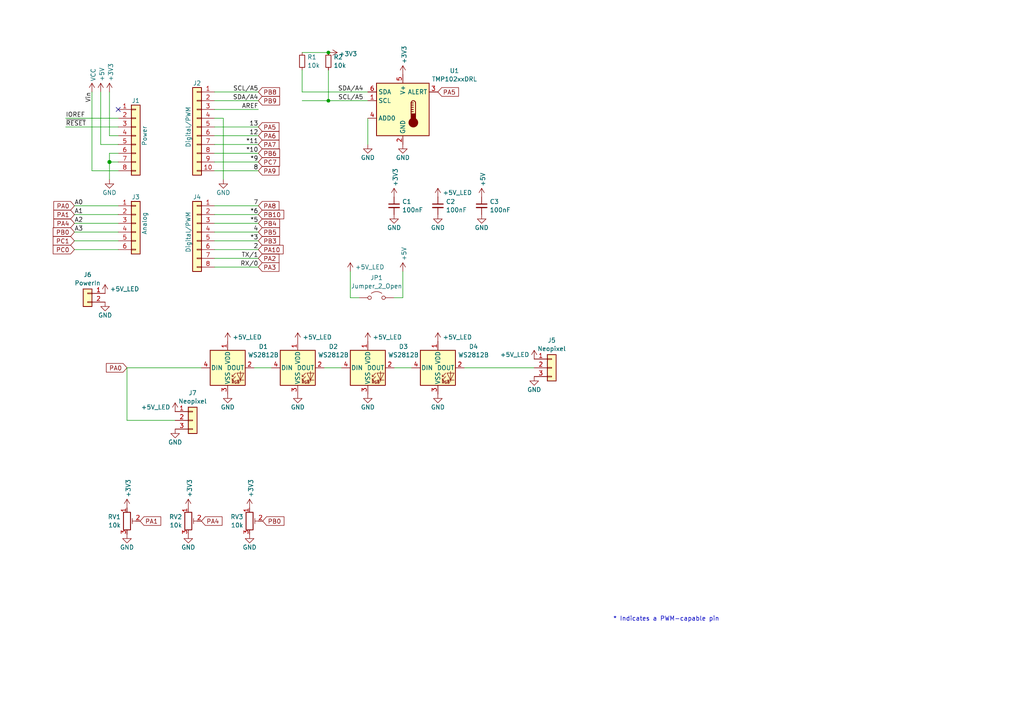
<source format=kicad_sch>
(kicad_sch (version 20231120) (generator "eeschema") (generator_version "8.0")
  (paper "A4")
  (title_block (date "mar. 31 mars 2015"))
  (lib_symbols
    (symbol "+5V_1" (power) (pin_numbers hide) (pin_names (offset 0) hide)
      (property "Value" "+5V" (at 0 3.556 0))
      (symbol "+5V_1_0_1"
        (polyline (pts (xy -0.762 1.27) (xy 0 2.54)))
        (polyline (pts (xy 0 0) (xy 0 2.54)))
        (polyline (pts (xy 0 2.54) (xy 0.762 1.27)))
      )
      (symbol "+5V_1_1_1"
        (pin power_in line (at 0 0 90) (length 0) (name "~") (number "1"))
      )
    )
    (symbol "Connector_Generic:Conn_01x02" (pin_names (offset 1.016) hide)
      (property "Reference" "J" (at 0 2.54 0))
      (property "Value" "Conn_01x02" (at 0 -5.08 0))
      (symbol "Conn_01x02_1_1"
        (rectangle (start -1.27 -2.413) (end 0 -2.667) (stroke (width 0.1524)))
        (rectangle (start -1.27 0.127) (end 0 -0.127) (stroke (width 0.1524)))
        (rectangle (start -1.27 1.27) (end 1.27 -3.81) (stroke (width 0.254)) (fill (type background)))
        (pin passive line (at -5.08 0 0) (length 3.81) (name "Pin_1") (number "1"))
        (pin passive line (at -5.08 -2.54 0) (length 3.81) (name "Pin_2") (number "2"))
      )
    )
    (symbol "Connector_Generic:Conn_01x03" (pin_names (offset 1.016) hide)
      (property "Reference" "J" (at 0 5.08 0))
      (property "Value" "Conn_01x03" (at 0 -5.08 0))
      (symbol "Conn_01x03_1_1"
        (rectangle (start -1.27 -2.413) (end 0 -2.667) (stroke (width 0.1524)))
        (rectangle (start -1.27 0.127) (end 0 -0.127) (stroke (width 0.1524)))
        (rectangle (start -1.27 2.667) (end 0 2.413) (stroke (width 0.1524)))
        (rectangle (start -1.27 3.81) (end 1.27 -3.81) (stroke (width 0.254)) (fill (type background)))
        (pin passive line (at -5.08 2.54 0) (length 3.81) (name "Pin_1") (number "1"))
        (pin passive line (at -5.08 0 0) (length 3.81) (name "Pin_2") (number "2"))
        (pin passive line (at -5.08 -2.54 0) (length 3.81) (name "Pin_3") (number "3"))
      )
    )
    (symbol "Connector_Generic:Conn_01x06" (pin_names (offset 1.016) hide)
      (property "Reference" "J" (at 0 7.62 0))
      (property "Value" "Conn_01x06" (at 0 -10.16 0))
      (symbol "Conn_01x06_1_1"
        (rectangle (start -1.27 -7.493) (end 0 -7.747) (stroke (width 0.1524)))
        (rectangle (start -1.27 -4.953) (end 0 -5.207) (stroke (width 0.1524)))
        (rectangle (start -1.27 -2.413) (end 0 -2.667) (stroke (width 0.1524)))
        (rectangle (start -1.27 0.127) (end 0 -0.127) (stroke (width 0.1524)))
        (rectangle (start -1.27 2.667) (end 0 2.413) (stroke (width 0.1524)))
        (rectangle (start -1.27 5.207) (end 0 4.953) (stroke (width 0.1524)))
        (rectangle (start -1.27 6.35) (end 1.27 -8.89) (stroke (width 0.254)) (fill (type background)))
        (pin passive line (at -5.08 5.08 0) (length 3.81) (name "Pin_1") (number "1"))
        (pin passive line (at -5.08 2.54 0) (length 3.81) (name "Pin_2") (number "2"))
        (pin passive line (at -5.08 0 0) (length 3.81) (name "Pin_3") (number "3"))
        (pin passive line (at -5.08 -2.54 0) (length 3.81) (name "Pin_4") (number "4"))
        (pin passive line (at -5.08 -5.08 0) (length 3.81) (name "Pin_5") (number "5"))
        (pin passive line (at -5.08 -7.62 0) (length 3.81) (name "Pin_6") (number "6"))
      )
    )
    (symbol "Connector_Generic:Conn_01x08" (pin_names (offset 1.016) hide)
      (property "Reference" "J" (at 0 10.16 0))
      (property "Value" "Conn_01x08" (at 0 -12.7 0))
      (symbol "Conn_01x08_1_1"
        (rectangle (start -1.27 -10.033) (end 0 -10.287) (stroke (width 0.1524)))
        (rectangle (start -1.27 -7.493) (end 0 -7.747) (stroke (width 0.1524)))
        (rectangle (start -1.27 -4.953) (end 0 -5.207) (stroke (width 0.1524)))
        (rectangle (start -1.27 -2.413) (end 0 -2.667) (stroke (width 0.1524)))
        (rectangle (start -1.27 0.127) (end 0 -0.127) (stroke (width 0.1524)))
        (rectangle (start -1.27 2.667) (end 0 2.413) (stroke (width 0.1524)))
        (rectangle (start -1.27 5.207) (end 0 4.953) (stroke (width 0.1524)))
        (rectangle (start -1.27 7.747) (end 0 7.493) (stroke (width 0.1524)))
        (rectangle (start -1.27 8.89) (end 1.27 -11.43) (stroke (width 0.254)) (fill (type background)))
        (pin passive line (at -5.08 7.62 0) (length 3.81) (name "Pin_1") (number "1"))
        (pin passive line (at -5.08 5.08 0) (length 3.81) (name "Pin_2") (number "2"))
        (pin passive line (at -5.08 2.54 0) (length 3.81) (name "Pin_3") (number "3"))
        (pin passive line (at -5.08 0 0) (length 3.81) (name "Pin_4") (number "4"))
        (pin passive line (at -5.08 -2.54 0) (length 3.81) (name "Pin_5") (number "5"))
        (pin passive line (at -5.08 -5.08 0) (length 3.81) (name "Pin_6") (number "6"))
        (pin passive line (at -5.08 -7.62 0) (length 3.81) (name "Pin_7") (number "7"))
        (pin passive line (at -5.08 -10.16 0) (length 3.81) (name "Pin_8") (number "8"))
      )
    )
    (symbol "Connector_Generic:Conn_01x10" (pin_names (offset 1.016) hide)
      (property "Reference" "J" (at 0 12.7 0))
      (property "Value" "Conn_01x10" (at 0 -15.24 0))
      (symbol "Conn_01x10_1_1"
        (rectangle (start -1.27 -12.573) (end 0 -12.827) (stroke (width 0.1524)))
        (rectangle (start -1.27 -10.033) (end 0 -10.287) (stroke (width 0.1524)))
        (rectangle (start -1.27 -7.493) (end 0 -7.747) (stroke (width 0.1524)))
        (rectangle (start -1.27 -4.953) (end 0 -5.207) (stroke (width 0.1524)))
        (rectangle (start -1.27 -2.413) (end 0 -2.667) (stroke (width 0.1524)))
        (rectangle (start -1.27 0.127) (end 0 -0.127) (stroke (width 0.1524)))
        (rectangle (start -1.27 2.667) (end 0 2.413) (stroke (width 0.1524)))
        (rectangle (start -1.27 5.207) (end 0 4.953) (stroke (width 0.1524)))
        (rectangle (start -1.27 7.747) (end 0 7.493) (stroke (width 0.1524)))
        (rectangle (start -1.27 10.287) (end 0 10.033) (stroke (width 0.1524)))
        (rectangle (start -1.27 11.43) (end 1.27 -13.97) (stroke (width 0.254)) (fill (type background)))
        (pin passive line (at -5.08 10.16 0) (length 3.81) (name "Pin_1") (number "1"))
        (pin passive line (at -5.08 -12.7 0) (length 3.81) (name "Pin_10") (number "10"))
        (pin passive line (at -5.08 7.62 0) (length 3.81) (name "Pin_2") (number "2"))
        (pin passive line (at -5.08 5.08 0) (length 3.81) (name "Pin_3") (number "3"))
        (pin passive line (at -5.08 2.54 0) (length 3.81) (name "Pin_4") (number "4"))
        (pin passive line (at -5.08 0 0) (length 3.81) (name "Pin_5") (number "5"))
        (pin passive line (at -5.08 -2.54 0) (length 3.81) (name "Pin_6") (number "6"))
        (pin passive line (at -5.08 -5.08 0) (length 3.81) (name "Pin_7") (number "7"))
        (pin passive line (at -5.08 -7.62 0) (length 3.81) (name "Pin_8") (number "8"))
        (pin passive line (at -5.08 -10.16 0) (length 3.81) (name "Pin_9") (number "9"))
      )
    )
    (symbol "Device:C_Small" (pin_numbers hide) (pin_names (offset 0.254) hide)
      (property "Reference" "C" (at 0.254 1.778 0))
      (property "Value" "C_Small" (at 0.254 -2.032 0))
      (symbol "C_Small_0_1"
        (polyline (pts (xy -1.524 -0.508) (xy 1.524 -0.508)) (stroke (width 0.3302)))
        (polyline (pts (xy -1.524 0.508) (xy 1.524 0.508)) (stroke (width 0.3048)))
      )
      (symbol "C_Small_1_1"
        (pin passive line (at 0 2.54 270) (length 2.032) (name "~") (number "1"))
        (pin passive line (at 0 -2.54 90) (length 2.032) (name "~") (number "2"))
      )
    )
    (symbol "Device:R_Potentiometer_Trim" (pin_names (offset 1.016) hide)
      (property "Reference" "RV" (at -4.445 0 90))
      (property "Value" "R_Potentiometer_Trim" (at -2.54 0 90))
      (symbol "R_Potentiometer_Trim_0_1"
        (polyline (pts (xy 1.524 0.762) (xy 1.524 -0.762)))
        (polyline (pts (xy 2.54 0) (xy 1.524 0)))
        (rectangle (start 1.016 2.54) (end -1.016 -2.54) (stroke (width 0.254)))
      )
      (symbol "R_Potentiometer_Trim_1_1"
        (pin passive line (at 0 3.81 270) (length 1.27) (name "1") (number "1"))
        (pin passive line (at 3.81 0 180) (length 1.27) (name "2") (number "2"))
        (pin passive line (at 0 -3.81 90) (length 1.27) (name "3") (number "3"))
      )
    )
    (symbol "Device:R_Small" (pin_numbers hide) (pin_names (offset 0.254) hide)
      (property "Reference" "R" (at 0.762 0.508 0))
      (property "Value" "R_Small" (at 0.762 -1.016 0))
      (symbol "R_Small_0_1"
        (rectangle (start -0.762 1.778) (end 0.762 -1.778) (stroke (width 0.2032)))
      )
      (symbol "R_Small_1_1"
        (pin passive line (at 0 2.54 270) (length 0.762) (name "~") (number "1"))
        (pin passive line (at 0 -2.54 90) (length 0.762) (name "~") (number "2"))
      )
    )
    (symbol "Jumper:Jumper_2_Open" (pin_numbers hide) (pin_names (offset 0) hide) (exclude_from_sim yes)
      (property "Reference" "JP" (at 0 2.794 0))
      (property "Value" "Jumper_2_Open" (at 0 -2.286 0))
      (symbol "Jumper_2_Open_0_0"
        (circle (center -2.032 0) (radius 0.508))
        (circle (center 2.032 0) (radius 0.508))
      )
      (symbol "Jumper_2_Open_0_1"
        (arc (start 1.524 1.27) (mid 0 1.778) (end -1.524 1.27))
      )
      (symbol "Jumper_2_Open_1_1"
        (pin passive line (at -5.08 0 0) (length 2.54) (name "A") (number "1"))
        (pin passive line (at 5.08 0 180) (length 2.54) (name "B") (number "2"))
      )
    )
    (symbol "LED:WS2812B" (pin_names (offset 0.254))
      (property "Reference" "D" (at 5.08 5.715 0))
      (property "Value" "WS2812B" (at 1.27 -5.715 0))
      (symbol "WS2812B_0_0"
        (text "RGB" (at 2.286 -4.191 0) (effects (font (size 0.762 0.762))))
      )
      (symbol "WS2812B_0_1"
        (polyline (pts (xy 1.27 -3.556) (xy 1.778 -3.556)))
        (polyline (pts (xy 1.27 -2.54) (xy 1.778 -2.54)))
        (polyline (pts (xy 4.699 -3.556) (xy 2.667 -3.556)))
        (polyline (pts (xy 2.286 -2.54) (xy 1.27 -3.556) (xy 1.27 -3.048)))
        (polyline (pts (xy 2.286 -1.524) (xy 1.27 -2.54) (xy 1.27 -2.032)))
        (polyline (pts (xy 3.683 -1.016) (xy 3.683 -3.556) (xy 3.683 -4.064)))
        (polyline (pts (xy 4.699 -1.524) (xy 2.667 -1.524) (xy 3.683 -3.556) (xy 4.699 -1.524)))
        (rectangle (start 5.08 5.08) (end -5.08 -5.08) (stroke (width 0.254)) (fill (type background)))
      )
      (symbol "WS2812B_1_1"
        (pin power_in line (at 0 7.62 270) (length 2.54) (name "VDD") (number "1"))
        (pin output line (at 7.62 0 180) (length 2.54) (name "DOUT") (number "2"))
        (pin power_in line (at 0 -7.62 90) (length 2.54) (name "VSS") (number "3"))
        (pin input line (at -7.62 0 0) (length 2.54) (name "DIN") (number "4"))
      )
    )
    (symbol "Sensor_Temperature:TMP102xxDRL"
      (property "Reference" "U" (at -2.54 10.795 0))
      (property "Value" "TMP102xxDRL" (at -2.54 8.89 0))
      (symbol "TMP102xxDRL_0_1"
        (rectangle (start -7.62 7.62) (end 7.62 -7.62) (stroke (width 0.254)) (fill (type background)))
      )
      (symbol "TMP102xxDRL_1_1"
        (polyline (pts (xy 2.413 -0.635) (xy 3.048 -0.635)) (stroke (width 0.254)))
        (polyline (pts (xy 2.413 0) (xy 3.048 0)) (stroke (width 0.254)))
        (polyline (pts (xy 2.413 0.635) (xy 3.048 0.635)) (stroke (width 0.254)))
        (polyline (pts (xy 2.413 1.27) (xy 3.048 1.27)) (stroke (width 0.254)))
        (polyline (pts (xy 2.413 1.905) (xy 2.413 -1.27)) (stroke (width 0.254)))
        (polyline (pts (xy 2.413 1.905) (xy 3.048 1.905)) (stroke (width 0.254)))
        (polyline (pts (xy 3.683 1.905) (xy 3.683 -1.27)) (stroke (width 0.254)))
        (circle (center 3.048 -3.81) (radius 1.27) (stroke (width 0.254)) (fill (type outline)))
        (rectangle (start 3.683 -3.175) (end 2.413 -1.27) (stroke (width 0.254)) (fill (type outline)))
        (arc (start 3.683 1.905) (mid 3.048 2.5373) (end 2.413 1.905) (stroke (width 0.254)))
        (pin input line (at -10.16 2.54 0) (length 2.54) (name "SCL") (number "1"))
        (pin power_in line (at 0 -10.16 90) (length 2.54) (name "GND") (number "2"))
        (pin open_collector line (at 10.16 5.08 180) (length 2.54) (name "ALERT") (number "3"))
        (pin input line (at -10.16 -2.54 0) (length 2.54) (name "ADD0") (number "4"))
        (pin power_in line (at 0 10.16 270) (length 2.54) (name "V+") (number "5"))
        (pin bidirectional line (at -10.16 5.08 0) (length 2.54) (name "SDA") (number "6"))
      )
    )
    (symbol "power:+3V3" (power) (pin_names (offset 0))
      (property "Value" "+3V3" (at 0 3.556 0))
      (symbol "+3V3_0_1"
        (polyline (pts (xy -0.762 1.27) (xy 0 2.54)))
        (polyline (pts (xy 0 0) (xy 0 2.54)))
        (polyline (pts (xy 0 2.54) (xy 0.762 1.27)))
      )
      (symbol "+3V3_1_1"
        (pin power_in line (at 0 0 90) (length 0) hide (name "+3V3") (number "1"))
      )
    )
    (symbol "power:+5V" (power) (pin_names (offset 0))
      (property "Value" "+5V" (at 0 3.556 0))
      (symbol "+5V_0_1"
        (polyline (pts (xy -0.762 1.27) (xy 0 2.54)))
        (polyline (pts (xy 0 0) (xy 0 2.54)))
        (polyline (pts (xy 0 2.54) (xy 0.762 1.27)))
      )
      (symbol "+5V_1_1"
        (pin power_in line (at 0 0 90) (length 0) hide (name "+5V") (number "1"))
      )
    )
    (symbol "power:GND" (power) (pin_names (offset 0))
      (property "Value" "GND" (at 0 -3.81 0))
      (symbol "GND_0_1"
        (polyline (pts (xy 0 0) (xy 0 -1.27) (xy 1.27 -1.27) (xy 0 -2.54) (xy -1.27 -1.27) (xy 0 -1.27)))
      )
      (symbol "GND_1_1"
        (pin power_in line (at 0 0 270) (length 0) hide (name "GND") (number "1"))
      )
    )
    (symbol "power:VCC" (power) (pin_names (offset 0))
      (property "Value" "VCC" (at 0 3.81 0))
      (symbol "VCC_0_1"
        (polyline (pts (xy -0.762 1.27) (xy 0 2.54)))
        (polyline (pts (xy 0 0) (xy 0 2.54)))
        (polyline (pts (xy 0 2.54) (xy 0.762 1.27)))
      )
      (symbol "VCC_1_1"
        (pin power_in line (at 0 0 90) (length 0) hide (name "VCC") (number "1"))
      )
    )
  )
  (junction (at 31.75 46.99) (diameter 1.016))
  (junction (at 95.25 29.21))
  (junction (at 95.25 15.24))
  (no_connect (at 34.29 31.75))
  (wire (pts (xy 36.83 121.92) (xy 50.8 121.92)))
  (wire (pts (xy 62.23 77.47) (xy 74.93 77.47)))
  (wire (pts (xy 62.23 44.45) (xy 74.93 44.45)))
  (wire (pts (xy 116.84 78.74) (xy 116.84 86.36)))
  (wire (pts (xy 73.66 106.68) (xy 78.74 106.68)))
  (wire (pts (xy 62.23 26.67) (xy 74.93 26.67)))
  (wire (pts (xy 31.75 44.45) (xy 31.75 46.99)))
  (wire (pts (xy 93.98 106.68) (xy 99.06 106.68)))
  (wire (pts (xy 114.3 106.68) (xy 119.38 106.68)))
  (wire (pts (xy 21.59 72.39) (xy 34.29 72.39)))
  (wire (pts (xy 87.63 15.24) (xy 95.25 15.24)))
  (wire (pts (xy 101.6 86.36) (xy 101.6 78.74)))
  (wire (pts (xy 31.75 46.99) (xy 31.75 52.07)))
  (wire (pts (xy 31.75 39.37) (xy 34.29 39.37)))
  (wire (pts (xy 104.14 86.36) (xy 101.6 86.36)))
  (wire (pts (xy 29.21 41.91) (xy 34.29 41.91)))
  (wire (pts (xy 29.21 26.67) (xy 29.21 41.91)))
  (wire (pts (xy 106.68 34.29) (xy 106.68 41.91)))
  (wire (pts (xy 62.23 36.83) (xy 74.93 36.83)))
  (wire (pts (xy 116.84 86.36) (xy 114.3 86.36)))
  (wire (pts (xy 31.75 26.67) (xy 31.75 39.37)))
  (wire (pts (xy 62.23 59.69) (xy 74.93 59.69)))
  (wire (pts (xy 34.29 59.69) (xy 21.59 59.69)))
  (wire (pts (xy 62.23 39.37) (xy 74.93 39.37)))
  (wire (pts (xy 62.23 62.23) (xy 74.93 62.23)))
  (wire (pts (xy 62.23 46.99) (xy 74.93 46.99)))
  (wire (pts (xy 62.23 67.31) (xy 74.93 67.31)))
  (wire (pts (xy 19.05 34.29) (xy 34.29 34.29)))
  (wire (pts (xy 95.25 29.21) (xy 106.68 29.21)))
  (wire (pts (xy 64.77 34.29) (xy 64.77 52.07)))
  (wire (pts (xy 62.23 31.75) (xy 74.93 31.75)))
  (wire (pts (xy 34.29 64.77) (xy 21.59 64.77)))
  (wire (pts (xy 19.05 36.83) (xy 34.29 36.83)))
  (wire (pts (xy 34.29 46.99) (xy 31.75 46.99)))
  (wire (pts (xy 36.83 106.68) (xy 36.83 121.92)))
  (wire (pts (xy 34.29 49.53) (xy 26.67 49.53)))
  (wire (pts (xy 21.59 62.23) (xy 34.29 62.23)))
  (wire (pts (xy 95.25 20.32) (xy 95.25 29.21)))
  (wire (pts (xy 62.23 34.29) (xy 64.77 34.29)))
  (wire (pts (xy 34.29 44.45) (xy 31.75 44.45)))
  (wire (pts (xy 36.83 106.68) (xy 58.42 106.68)))
  (wire (pts (xy 62.23 41.91) (xy 74.93 41.91)))
  (wire (pts (xy 87.63 29.21) (xy 95.25 29.21)))
  (wire (pts (xy 62.23 64.77) (xy 74.93 64.77)))
  (wire (pts (xy 21.59 67.31) (xy 34.29 67.31)))
  (wire (pts (xy 62.23 29.21) (xy 74.93 29.21)))
  (wire (pts (xy 62.23 72.39) (xy 74.93 72.39)))
  (wire (pts (xy 87.63 20.32) (xy 87.63 26.67)))
  (wire (pts (xy 62.23 69.85) (xy 74.93 69.85)))
  (wire (pts (xy 62.23 74.93) (xy 74.93 74.93)))
  (wire (pts (xy 26.67 49.53) (xy 26.67 26.67)))
  (wire (pts (xy 134.62 106.68) (xy 154.94 106.68)))
  (wire (pts (xy 34.29 69.85) (xy 21.59 69.85)))
  (wire (pts (xy 87.63 26.67) (xy 106.68 26.67)))
  (wire (pts (xy 62.23 49.53) (xy 74.93 49.53)))
  (text "* Indicates a PWM-capable pin" (at 177.8 180.34 0) (effects (font (size 1.27 1.27)) (justify left bottom)))
  (label "RX{slash}0" (at 74.93 77.47 180))
  (label "A2" (at 21.59 64.77 0))
  (label "4" (at 74.93 67.31 180))
  (label "2" (at 74.93 72.39 180))
  (label "A3" (at 21.59 67.31 0))
  (label "13" (at 74.93 36.83 180))
  (label "12" (at 74.93 39.37 180))
  (label "~{RESET}" (at 19.05 36.83 0))
  (label "*10" (at 74.93 44.45 180))
  (label "7" (at 74.93 59.69 180))
  (label "SDA{slash}A4" (at 74.93 29.21 180))
  (label "8" (at 74.93 49.53 180))
  (label "*11" (at 74.93 41.91 180))
  (label "*3" (at 74.93 69.85 180))
  (label "SDA{slash}A4" (at 105.41 26.67 180))
  (label "A1" (at 21.59 62.23 0))
  (label "TX{slash}1" (at 74.93 74.93 180))
  (label "A0" (at 21.59 59.69 0))
  (label "AREF" (at 74.93 31.75 180))
  (label "Vin" (at 26.67 26.67 270))
  (label "*6" (at 74.93 62.23 180))
  (label "SCL{slash}A5" (at 74.93 26.67 180))
  (label "*9" (at 74.93 46.99 180))
  (label "*5" (at 74.93 64.77 180))
  (label "IOREF" (at 19.05 34.29 0))
  (label "SCL{slash}A5" (at 105.41 29.21 180))
  (global_label "PA9" (shape input) (at 74.93 49.53 0) (property "Intersheetrefs" "${INTERSHEET_REFS}" (effects (hide yes))))
  (global_label "PA5" (shape input) (at 74.93 36.83 0) (property "Intersheetrefs" "${INTERSHEET_REFS}" (effects (hide yes))))
  (global_label "PA10" (shape input) (at 74.93 72.39 0) (property "Intersheetrefs" "${INTERSHEET_REFS}" (effects (hide yes))))
  (global_label "PB0" (shape input) (at 21.59 67.31 180) (property "Intersheetrefs" "${INTERSHEET_REFS}" (effects (hide yes))))
  (global_label "PB3" (shape input) (at 74.93 69.85 0) (property "Intersheetrefs" "${INTERSHEET_REFS}" (effects (hide yes))))
  (global_label "PA1" (shape input) (at 40.64 151.13 0) (property "Intersheetrefs" "${INTERSHEET_REFS}" (effects (hide yes))))
  (global_label "PA4" (shape input) (at 58.42 151.13 0) (property "Intersheetrefs" "${INTERSHEET_REFS}" (effects (hide yes))))
  (global_label "PB5" (shape input) (at 74.93 67.31 0) (property "Intersheetrefs" "${INTERSHEET_REFS}" (effects (hide yes))))
  (global_label "PB10" (shape input) (at 74.93 62.23 0) (property "Intersheetrefs" "${INTERSHEET_REFS}" (effects (hide yes))))
  (global_label "PC1" (shape input) (at 21.59 69.85 180) (property "Intersheetrefs" "${INTERSHEET_REFS}" (effects (hide yes))))
  (global_label "PA1" (shape input) (at 21.59 62.23 180) (property "Intersheetrefs" "${INTERSHEET_REFS}" (effects (hide yes))))
  (global_label "PC7" (shape input) (at 74.93 46.99 0) (property "Intersheetrefs" "${INTERSHEET_REFS}" (effects (hide yes))))
  (global_label "PA7" (shape input) (at 74.93 41.91 0) (property "Intersheetrefs" "${INTERSHEET_REFS}" (effects (hide yes))))
  (global_label "PA0" (shape input) (at 36.83 106.68 180) (property "Intersheetrefs" "${INTERSHEET_REFS}" (effects (hide yes))))
  (global_label "PB8" (shape input) (at 74.93 26.67 0) (property "Intersheetrefs" "${INTERSHEET_REFS}" (effects (hide yes))))
  (global_label "PA5" (shape input) (at 127 26.67 0) (property "Intersheetrefs" "${INTERSHEET_REFS}" (effects (hide yes))))
  (global_label "PA0" (shape input) (at 21.59 59.69 180) (property "Intersheetrefs" "${INTERSHEET_REFS}" (effects (hide yes))))
  (global_label "PA2" (shape input) (at 74.93 74.93 0) (property "Intersheetrefs" "${INTERSHEET_REFS}" (effects (hide yes))))
  (global_label "PB9" (shape input) (at 74.93 29.21 0) (property "Intersheetrefs" "${INTERSHEET_REFS}" (effects (hide yes))))
  (global_label "PB0" (shape input) (at 76.2 151.13 0) (property "Intersheetrefs" "${INTERSHEET_REFS}" (effects (hide yes))))
  (global_label "PB6" (shape input) (at 74.93 44.45 0) (property "Intersheetrefs" "${INTERSHEET_REFS}" (effects (hide yes))))
  (global_label "PA4" (shape input) (at 21.59 64.77 180) (property "Intersheetrefs" "${INTERSHEET_REFS}" (effects (hide yes))))
  (global_label "PA6" (shape input) (at 74.93 39.37 0) (property "Intersheetrefs" "${INTERSHEET_REFS}" (effects (hide yes))))
  (global_label "PA3" (shape input) (at 74.93 77.47 0) (property "Intersheetrefs" "${INTERSHEET_REFS}" (effects (hide yes))))
  (global_label "PA8" (shape input) (at 74.93 59.69 0) (property "Intersheetrefs" "${INTERSHEET_REFS}" (effects (hide yes))))
  (global_label "PB4" (shape input) (at 74.93 64.77 0) (property "Intersheetrefs" "${INTERSHEET_REFS}" (effects (hide yes))))
  (global_label "PC0" (shape input) (at 21.59 72.39 180) (property "Intersheetrefs" "${INTERSHEET_REFS}" (effects (hide yes))))
  (symbol (lib_id "Connector_Generic:Conn_01x08") (at 39.37 39.37 0) (unit 1)
    (property "Reference" "J1" (at 39.37 29.21 0))
    (property "Value" "Power" (at 41.91 39.37 90))
    (property "Footprint" "Connector_PinSocket_2.54mm:PinSocket_1x08_P2.54mm_Vertical" (effects (hide yes)))
  )
  (symbol (lib_id "power:+3V3") (at 31.75 26.67 0) (unit 1)
    (property "Reference" "#PWR03" (effects (hide yes)))
    (property "Value" "+3V3" (at 32.131 23.622 90) (effects (justify left)))
  )
  (symbol (lib_id "power:+5V") (at 29.21 26.67 0) (unit 1)
    (property "Reference" "#PWR02" (effects (hide yes)))
    (property "Value" "+5V" (at 29.5656 23.622 90) (effects (justify left)))
  )
  (symbol (lib_id "power:GND") (at 31.75 52.07 0) (unit 1)
    (property "Reference" "#PWR04" (effects (hide yes)))
    (property "Value" "GND" (at 31.75 55.88 0))
  )
  (symbol (lib_id "Connector_Generic:Conn_01x10") (at 57.15 36.83 0) (mirror y) (unit 1)
    (property "Reference" "J2" (at 57.15 24.13 0))
    (property "Value" "Digital/PWM" (at 54.61 36.83 90))
    (property "Footprint" "Connector_PinSocket_2.54mm:PinSocket_1x10_P2.54mm_Vertical" (effects (hide yes)))
  )
  (symbol (lib_id "power:GND") (at 64.77 52.07 0) (unit 1)
    (property "Reference" "#PWR05" (effects (hide yes)))
    (property "Value" "GND" (at 64.77 55.88 0))
  )
  (symbol (lib_id "Connector_Generic:Conn_01x06") (at 39.37 64.77 0) (unit 1)
    (property "Reference" "J3" (at 39.37 57.15 0))
    (property "Value" "Analog" (at 41.91 64.77 90))
    (property "Footprint" "Connector_PinSocket_2.54mm:PinSocket_1x06_P2.54mm_Vertical" (effects (hide yes)))
  )
  (symbol (lib_id "Connector_Generic:Conn_01x08") (at 57.15 67.31 0) (mirror y) (unit 1)
    (property "Reference" "J4" (at 57.15 57.15 0))
    (property "Value" "Digital/PWM" (at 54.61 67.31 90))
    (property "Footprint" "Connector_PinSocket_2.54mm:PinSocket_1x08_P2.54mm_Vertical" (effects (hide yes)))
  )
  (symbol (lib_id "Sensor_Temperature:TMP102xxDRL") (at 116.84 31.75 0) (unit 1)
    (property "Reference" "U1" (at 131.8041 20.525 0))
    (property "Value" "TMP102xxDRL" (at 131.8041 22.9493 0))
    (property "Footprint" "Package_TO_SOT_SMD:SOT-563" (effects (hide yes)))
    (property "Datasheet" "https://www.ti.com/lit/ds/symlink/tmp102.pdf" (effects (hide yes)))
    (property "Description" "Digital Temperature Sensor, +/- 3 °C, low-Power, SMBus, 12 bit, Two-Wire Serial Interface, SOT-563" (effects (hide yes)))
    (property "LCSC" "C99269" (effects (hide yes)))
  )
  (symbol (lib_name "+5V_1") (lib_id "power:+5V") (at 50.8 119.38 0) (mirror y) (unit 1)
    (property "Reference" "#PWR024" (effects (hide yes)))
    (property "Value" "+5V_LED" (at 49.403 118.11 0) (effects (justify left)))
    (property "Description" "Power symbol creates a global label with name \"+5V\"" (effects (hide yes)))
  )
  (symbol (lib_id "power:GND") (at 54.61 154.94 0) (unit 1)
    (property "Reference" "#PWR029" (effects (hide yes)))
    (property "Value" "GND" (at 54.61 158.75 0))
  )
  (symbol (lib_id "Device:R_Small") (at 95.25 17.78 0) (unit 1)
    (property "Reference" "R2" (at 96.7486 16.5678 0) (effects (justify left)))
    (property "Value" "10k" (at 96.7486 18.9921 0) (effects (justify left)))
    (property "Footprint" "Resistor_SMD:R_0805_2012Metric" (effects (hide yes)))
    (property "Description" "Resistor, small symbol" (effects (hide yes)))
  )
  (symbol (lib_id "power:GND") (at 72.39 154.94 0) (unit 1)
    (property "Reference" "#PWR031" (effects (hide yes)))
    (property "Value" "GND" (at 72.39 158.75 0))
  )
  (symbol (lib_id "LED:WS2812B") (at 106.68 106.68 0) (unit 1)
    (property "Reference" "D3" (at 117.0176 100.535 0))
    (property "Value" "WS2812B" (at 117.0176 102.9593 0))
    (property "Footprint" "LED_SMD:LED_WS2812B_PLCC4_5.0x5.0mm_P3.2mm" (effects (hide yes)))
    (property "Datasheet" "https://cdn-shop.adafruit.com/datasheets/WS2812B.pdf" (effects (hide yes)))
    (property "Description" "RGB LED with integrated controller" (effects (hide yes)))
    (property "LCSC" "C114587" (effects (hide yes)))
  )
  (symbol (lib_name "+5V_1") (lib_id "power:+5V") (at 86.36 99.06 0) (unit 1)
    (property "Reference" "#PWR016" (effects (hide yes)))
    (property "Value" "+5V_LED" (at 87.757 97.79 0) (effects (justify left)))
    (property "Description" "Power symbol creates a global label with name \"+5V\"" (effects (hide yes)))
  )
  (symbol (lib_id "LED:WS2812B") (at 66.04 106.68 0) (unit 1)
    (property "Reference" "D1" (at 76.3776 100.535 0))
    (property "Value" "WS2812B" (at 76.3776 102.9593 0))
    (property "Footprint" "LED_SMD:LED_WS2812B_PLCC4_5.0x5.0mm_P3.2mm" (effects (hide yes)))
    (property "Datasheet" "https://cdn-shop.adafruit.com/datasheets/WS2812B.pdf" (effects (hide yes)))
    (property "Description" "RGB LED with integrated controller" (effects (hide yes)))
    (property "LCSC" "C114587" (effects (hide yes)))
  )
  (symbol (lib_id "power:GND") (at 116.84 41.91 0) (unit 1)
    (property "Reference" "#PWR010" (effects (hide yes)))
    (property "Value" "GND" (at 116.84 45.72 0))
  )
  (symbol (lib_id "LED:WS2812B") (at 127 106.68 0) (unit 1)
    (property "Reference" "D4" (at 137.3376 100.535 0))
    (property "Value" "WS2812B" (at 137.3376 102.9593 0))
    (property "Footprint" "LED_SMD:LED_WS2812B_PLCC4_5.0x5.0mm_P3.2mm" (effects (hide yes)))
    (property "Datasheet" "https://cdn-shop.adafruit.com/datasheets/WS2812B.pdf" (effects (hide yes)))
    (property "Description" "RGB LED with integrated controller" (effects (hide yes)))
    (property "LCSC" "C114587" (effects (hide yes)))
  )
  (symbol (lib_id "power:+3V3") (at 116.84 21.59 0) (unit 1)
    (property "Reference" "#PWR011" (effects (hide yes)))
    (property "Value" "+3V3" (at 117.221 18.542 90) (effects (justify left)))
  )
  (symbol (lib_id "power:+5V") (at 116.84 78.74 0) (unit 1)
    (property "Reference" "#PWR023" (effects (hide yes)))
    (property "Value" "+5V" (at 117.1956 75.692 90) (effects (justify left)))
  )
  (symbol (lib_id "power:GND") (at 127 114.3 0) (unit 1)
    (property "Reference" "#PWR021" (effects (hide yes)))
    (property "Value" "GND" (at 127 118.11 0))
  )
  (symbol (lib_id "power:GND") (at 127 62.23 0) (unit 1)
    (property "Reference" "#PWR035" (effects (hide yes)))
    (property "Value" "GND" (at 127 66.04 0))
  )
  (symbol (lib_id "Device:C_Small") (at 139.7 59.69 0) (unit 1)
    (property "Reference" "C3" (at 142.0241 58.4841 0) (effects (justify left)))
    (property "Value" "100nF" (at 142.0241 60.9084 0) (effects (justify left)))
    (property "Footprint" "Capacitor_SMD:C_0805_2012Metric" (effects (hide yes)))
    (property "Description" "Unpolarized capacitor, small symbol" (effects (hide yes)))
  )
  (symbol (lib_id "power:VCC") (at 26.67 26.67 0) (unit 1)
    (property "Reference" "#PWR01" (effects (hide yes)))
    (property "Value" "VCC" (at 27.051 23.622 90) (effects (justify left)))
  )
  (symbol (lib_id "LED:WS2812B") (at 86.36 106.68 0) (unit 1)
    (property "Reference" "D2" (at 96.6976 100.535 0))
    (property "Value" "WS2812B" (at 96.6976 102.9593 0))
    (property "Footprint" "LED_SMD:LED_WS2812B_PLCC4_5.0x5.0mm_P3.2mm" (effects (hide yes)))
    (property "Datasheet" "https://cdn-shop.adafruit.com/datasheets/WS2812B.pdf" (effects (hide yes)))
    (property "Description" "RGB LED with integrated controller" (effects (hide yes)))
    (property "LCSC" "C114587" (effects (hide yes)))
  )
  (symbol (lib_name "+5V_1") (lib_id "power:+5V") (at 106.68 99.06 0) (unit 1)
    (property "Reference" "#PWR018" (effects (hide yes)))
    (property "Value" "+5V_LED" (at 108.077 97.79 0) (effects (justify left)))
    (property "Description" "Power symbol creates a global label with name \"+5V\"" (effects (hide yes)))
  )
  (symbol (lib_id "power:+3V3") (at 54.61 147.32 0) (unit 1)
    (property "Reference" "#PWR028" (effects (hide yes)))
    (property "Value" "+3V3" (at 54.991 144.272 90) (effects (justify left)))
  )
  (symbol (lib_id "Device:R_Small") (at 87.63 17.78 0) (unit 1)
    (property "Reference" "R1" (at 89.1286 16.5678 0) (effects (justify left)))
    (property "Value" "10k" (at 89.1286 18.9921 0) (effects (justify left)))
    (property "Footprint" "Resistor_SMD:R_0805_2012Metric" (effects (hide yes)))
    (property "Description" "Resistor, small symbol" (effects (hide yes)))
  )
  (symbol (lib_id "power:+3V3") (at 114.3 57.15 0) (unit 1)
    (property "Reference" "#PWR032" (effects (hide yes)))
    (property "Value" "+3V3" (at 114.681 54.102 90) (effects (justify left)))
  )
  (symbol (lib_id "Connector_Generic:Conn_01x03") (at 160.02 106.68 0) (unit 1)
    (property "Reference" "J5" (at 160.02 98.7255 0))
    (property "Value" "Neopixel" (at 160.02 101.1498 0))
    (property "Footprint" "Connector_PinSocket_2.54mm:PinSocket_1x03_P2.54mm_Vertical" (effects (hide yes)))
    (property "Description" "Generic connector, single row, 01x03, script generated (kicad-library-utils/schlib/autogen/connector/)" (effects (hide yes)))
  )
  (symbol (lib_id "power:+3V3") (at 36.83 147.32 0) (unit 1)
    (property "Reference" "#PWR026" (effects (hide yes)))
    (property "Value" "+3V3" (at 37.211 144.272 90) (effects (justify left)))
  )
  (symbol (lib_name "+5V_1") (lib_id "power:+5V") (at 154.94 104.14 0) (mirror y) (unit 1)
    (property "Reference" "#PWR07" (effects (hide yes)))
    (property "Value" "+5V_LED" (at 153.543 102.87 0) (effects (justify left)))
    (property "Description" "Power symbol creates a global label with name \"+5V\"" (effects (hide yes)))
  )
  (symbol (lib_id "power:GND") (at 106.68 114.3 0) (unit 1)
    (property "Reference" "#PWR019" (effects (hide yes)))
    (property "Value" "GND" (at 106.68 118.11 0))
  )
  (symbol (lib_id "Connector_Generic:Conn_01x03") (at 55.88 121.92 0) (unit 1)
    (property "Reference" "J7" (at 55.88 113.9655 0))
    (property "Value" "Neopixel" (at 55.88 116.3898 0))
    (property "Footprint" "Connector_PinSocket_2.54mm:PinSocket_1x03_P2.54mm_Vertical" (effects (hide yes)))
    (property "Description" "Generic connector, single row, 01x03, script generated (kicad-library-utils/schlib/autogen/connector/)" (effects (hide yes)))
  )
  (symbol (lib_id "power:GND") (at 139.7 62.23 0) (unit 1)
    (property "Reference" "#PWR037" (effects (hide yes)))
    (property "Value" "GND" (at 139.7 66.04 0))
  )
  (symbol (lib_id "power:GND") (at 30.48 87.63 0) (unit 1)
    (property "Reference" "#PWR09" (effects (hide yes)))
    (property "Value" "GND" (at 30.48 91.44 0))
  )
  (symbol (lib_name "+5V_1") (lib_id "power:+5V") (at 30.48 85.09 0) (unit 1)
    (property "Reference" "#PWR08" (effects (hide yes)))
    (property "Value" "+5V_LED" (at 31.877 83.82 0) (effects (justify left)))
    (property "Description" "Power symbol creates a global label with name \"+5V\"" (effects (hide yes)))
  )
  (symbol (lib_id "power:GND") (at 106.68 41.91 0) (unit 1)
    (property "Reference" "#PWR012" (effects (hide yes)))
    (property "Value" "GND" (at 106.68 45.72 0))
  )
  (symbol (lib_id "power:GND") (at 36.83 154.94 0) (unit 1)
    (property "Reference" "#PWR027" (effects (hide yes)))
    (property "Value" "GND" (at 36.83 158.75 0))
  )
  (symbol (lib_id "Device:C_Small") (at 114.3 59.69 0) (unit 1)
    (property "Reference" "C1" (at 116.6241 58.4841 0) (effects (justify left)))
    (property "Value" "100nF" (at 116.6241 60.9084 0) (effects (justify left)))
    (property "Footprint" "Capacitor_SMD:C_0805_2012Metric" (effects (hide yes)))
    (property "Description" "Unpolarized capacitor, small symbol" (effects (hide yes)))
  )
  (symbol (lib_name "+5V_1") (lib_id "power:+5V") (at 101.6 78.74 0) (unit 1)
    (property "Reference" "#PWR022" (effects (hide yes)))
    (property "Value" "+5V_LED" (at 102.997 77.47 0) (effects (justify left)))
    (property "Description" "Power symbol creates a global label with name \"+5V\"" (effects (hide yes)))
  )
  (symbol (lib_id "power:GND") (at 114.3 62.23 0) (unit 1)
    (property "Reference" "#PWR033" (effects (hide yes)))
    (property "Value" "GND" (at 114.3 66.04 0))
  )
  (symbol (lib_id "power:+3V3") (at 95.25 15.24 270) (unit 1)
    (property "Reference" "#PWR013" (effects (hide yes)))
    (property "Value" "+3V3" (at 98.298 15.621 90) (effects (justify left)))
  )
  (symbol (lib_id "Jumper:Jumper_2_Open") (at 109.22 86.36 0) (unit 1) (exclude_from_sim yes)
    (property "Reference" "JP1" (at 109.22 80.5645 0))
    (property "Value" "Jumper_2_Open" (at 109.22 82.9888 0))
    (property "Footprint" "Jumper:SolderJumper-2_P1.3mm_Open_RoundedPad1.0x1.5mm" (effects (hide yes)))
    (property "Description" "Jumper, 2-pole, open" (effects (hide yes)))
  )
  (symbol (lib_id "power:GND") (at 50.8 124.46 0) (unit 1)
    (property "Reference" "#PWR025" (effects (hide yes)))
    (property "Value" "GND" (at 50.8 128.27 0))
  )
  (symbol (lib_id "power:GND") (at 154.94 109.22 0) (mirror y) (unit 1)
    (property "Reference" "#PWR06" (effects (hide yes)))
    (property "Value" "GND" (at 154.94 113.03 0))
  )
  (symbol (lib_id "Device:C_Small") (at 127 59.69 0) (unit 1)
    (property "Reference" "C2" (at 129.3241 58.4841 0) (effects (justify left)))
    (property "Value" "100nF" (at 129.3241 60.9084 0) (effects (justify left)))
    (property "Footprint" "Capacitor_SMD:C_0805_2012Metric" (effects (hide yes)))
    (property "Description" "Unpolarized capacitor, small symbol" (effects (hide yes)))
  )
  (symbol (lib_name "+5V_1") (lib_id "power:+5V") (at 66.04 99.06 0) (unit 1)
    (property "Reference" "#PWR014" (effects (hide yes)))
    (property "Value" "+5V_LED" (at 67.437 97.79 0) (effects (justify left)))
    (property "Description" "Power symbol creates a global label with name \"+5V\"" (effects (hide yes)))
  )
  (symbol (lib_id "Device:R_Potentiometer_Trim") (at 36.83 151.13 0) (unit 1)
    (property "Reference" "RV1" (at 35.0521 149.9178 0) (effects (justify right)))
    (property "Value" "10k" (at 35.0521 152.3421 0) (effects (justify right)))
    (property "Footprint" "Potentiometer_THT:Potentiometer_Runtron_RM-065_Vertical" (effects (hide yes)))
    (property "Description" "Trim-potentiometer" (effects (hide yes)))
  )
  (symbol (lib_id "power:+5V") (at 139.7 57.15 0) (unit 1)
    (property "Reference" "#PWR036" (effects (hide yes)))
    (property "Value" "+5V" (at 140.0556 54.102 90) (effects (justify left)))
  )
  (symbol (lib_id "Connector_Generic:Conn_01x02") (at 25.4 85.09 0) (mirror y) (unit 1)
    (property "Reference" "J6" (at 25.4 79.6755 0))
    (property "Value" "PowerIn" (at 25.4 82.0998 0))
    (property "Footprint" "Connector_Phoenix_MSTB:PhoenixContact_MSTBVA_2,5_2-G_1x02_P5.00mm_Vertical" (effects (hide yes)))
    (property "Description" "Generic connector, single row, 01x02, script generated (kicad-library-utils/schlib/autogen/connector/)" (effects (hide yes)))
  )
  (symbol (lib_id "power:GND") (at 66.04 114.3 0) (unit 1)
    (property "Reference" "#PWR015" (effects (hide yes)))
    (property "Value" "GND" (at 66.04 118.11 0))
  )
  (symbol (lib_id "power:+3V3") (at 72.39 147.32 0) (unit 1)
    (property "Reference" "#PWR030" (effects (hide yes)))
    (property "Value" "+3V3" (at 72.771 144.272 90) (effects (justify left)))
  )
  (symbol (lib_name "+5V_1") (lib_id "power:+5V") (at 127 57.15 0) (unit 1)
    (property "Reference" "#PWR034" (effects (hide yes)))
    (property "Value" "+5V_LED" (at 128.397 55.88 0) (effects (justify left)))
    (property "Description" "Power symbol creates a global label with name \"+5V\"" (effects (hide yes)))
  )
  (symbol (lib_id "Device:R_Potentiometer_Trim") (at 72.39 151.13 0) (unit 1)
    (property "Reference" "RV3" (at 70.6121 149.9178 0) (effects (justify right)))
    (property "Value" "10k" (at 70.6121 152.3421 0) (effects (justify right)))
    (property "Footprint" "Potentiometer_THT:Potentiometer_Runtron_RM-065_Vertical" (effects (hide yes)))
    (property "Description" "Trim-potentiometer" (effects (hide yes)))
  )
  (symbol (lib_name "+5V_1") (lib_id "power:+5V") (at 127 99.06 0) (unit 1)
    (property "Reference" "#PWR020" (effects (hide yes)))
    (property "Value" "+5V_LED" (at 128.397 97.79 0) (effects (justify left)))
    (property "Description" "Power symbol creates a global label with name \"+5V\"" (effects (hide yes)))
  )
  (symbol (lib_id "Device:R_Potentiometer_Trim") (at 54.61 151.13 0) (unit 1)
    (property "Reference" "RV2" (at 52.8321 149.9178 0) (effects (justify right)))
    (property "Value" "10k" (at 52.8321 152.3421 0) (effects (justify right)))
    (property "Footprint" "Potentiometer_THT:Potentiometer_Runtron_RM-065_Vertical" (effects (hide yes)))
    (property "Description" "Trim-potentiometer" (effects (hide yes)))
  )
  (symbol (lib_id "power:GND") (at 86.36 114.3 0) (unit 1)
    (property "Reference" "#PWR017" (effects (hide yes)))
    (property "Value" "GND" (at 86.36 118.11 0))
  )
)
</source>
